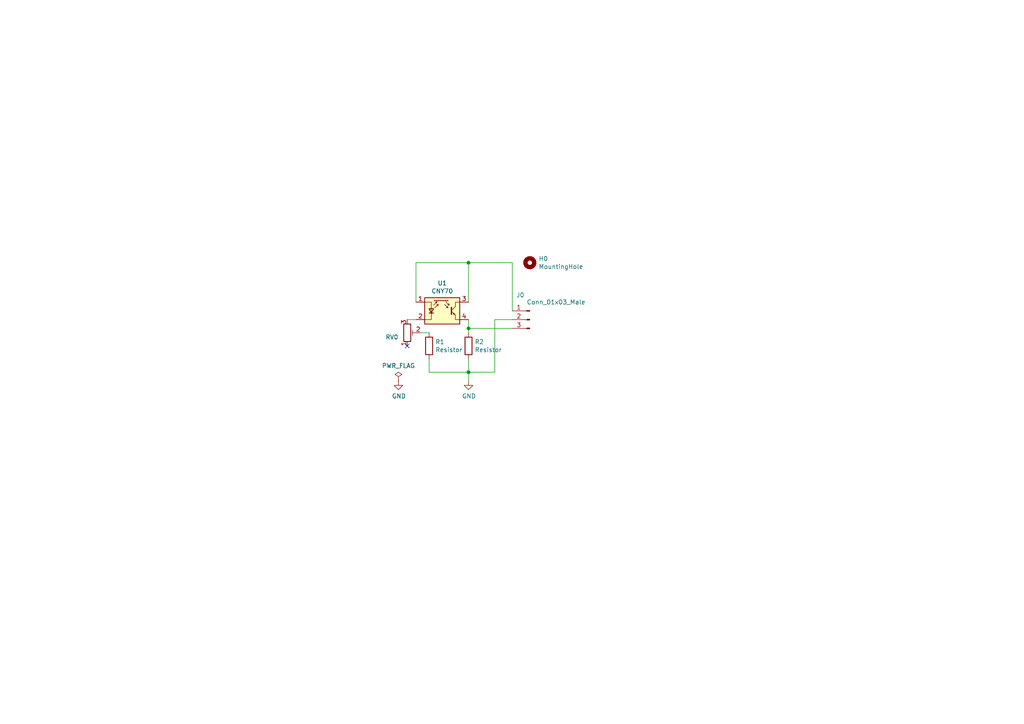
<source format=kicad_sch>
(kicad_sch (version 20230121) (generator eeschema)
  (paper "A4")
  (lib_symbols
    (symbol "Connector:Conn_01x03_Male" (pin_names (offset 1.016) hide)
      (property "Reference" "J" (at 0 5.08 0))
      (property "Value" "Conn_01x03_Male" (at 0 -5.08 0))
      (symbol "Conn_01x03_Male_1_1"
        (polyline (pts (xy 1.27 -2.54) (xy 0.8636 -2.54)) (stroke (width 0.1524)))
        (polyline (pts (xy 1.27 0) (xy 0.8636 0)) (stroke (width 0.1524)))
        (polyline (pts (xy 1.27 2.54) (xy 0.8636 2.54)) (stroke (width 0.1524)))
        (rectangle (start 0.8636 -2.413) (end 0 -2.667) (stroke (width 0.1524)) (fill (type outline)))
        (rectangle (start 0.8636 0.127) (end 0 -0.127) (stroke (width 0.1524)) (fill (type outline)))
        (rectangle (start 0.8636 2.667) (end 0 2.413) (stroke (width 0.1524)) (fill (type outline)))
        (pin passive line (at 5.08 2.54 180) (length 3.81) (name "Pin_1") (number "1"))
        (pin passive line (at 5.08 0 180) (length 3.81) (name "Pin_2") (number "2"))
        (pin passive line (at 5.08 -2.54 180) (length 3.81) (name "Pin_3") (number "3"))
      )
    )
    (symbol "Device:R" (pin_numbers hide) (pin_names (offset 0))
      (property "Reference" "R" (at 2.032 0 90))
      (property "Value" "R" (at 0 0 90))
      (symbol "R_0_1"
        (rectangle (start -1.016 -2.54) (end 1.016 2.54) (stroke (width 0.254)))
      )
      (symbol "R_1_1"
        (pin passive line (at 0 3.81 270) (length 1.27) (name "~") (number "1"))
        (pin passive line (at 0 -3.81 90) (length 1.27) (name "~") (number "2"))
      )
    )
    (symbol "Device:R_Potentiometer_Trim" (pin_names (offset 1.016) hide)
      (property "Reference" "RV" (at -4.445 0 90))
      (property "Value" "R_Potentiometer_Trim" (at -2.54 0 90))
      (symbol "R_Potentiometer_Trim_0_1"
        (polyline (pts (xy 1.524 0.762) (xy 1.524 -0.762)))
        (polyline (pts (xy 2.54 0) (xy 1.524 0)))
        (rectangle (start 1.016 2.54) (end -1.016 -2.54) (stroke (width 0.254)))
      )
      (symbol "R_Potentiometer_Trim_1_1"
        (pin passive line (at 0 3.81 270) (length 1.27) (name "1") (number "1"))
        (pin passive line (at 3.81 0 180) (length 1.27) (name "2") (number "2"))
        (pin passive line (at 0 -3.81 90) (length 1.27) (name "3") (number "3"))
      )
    )
    (symbol "Mechanical:MountingHole" (pin_names (offset 1.016))
      (property "Reference" "H" (at 0 5.08 0))
      (property "Value" "MountingHole" (at 0 3.175 0))
      (symbol "MountingHole_0_1"
        (circle (center 0 0) (radius 1.27) (stroke (width 1.27)))
      )
    )
    (symbol "Sensor_Proximity:CNY70" (pin_names (offset 1.016) hide)
      (property "Reference" "U" (at -5.08 5.08 0))
      (property "Value" "CNY70" (at 5.08 5.08 0))
      (symbol "CNY70_0_1"
        (polyline (pts (xy -3.81 -0.635) (xy -2.54 -0.635)) (stroke (width 0.254)))
        (polyline (pts (xy -2.286 2.921) (xy -2.032 3.175)))
        (polyline (pts (xy -1.778 2.921) (xy -1.524 3.175)))
        (polyline (pts (xy -1.524 2.667) (xy -1.651 2.159)))
        (polyline (pts (xy -1.27 2.921) (xy -1.016 3.175)))
        (polyline (pts (xy -1.143 1.905) (xy -1.27 1.397)))
        (polyline (pts (xy -0.762 2.921) (xy -0.508 3.175)))
        (polyline (pts (xy -0.254 2.921) (xy 0 3.175)))
        (polyline (pts (xy 0.254 2.921) (xy 0.508 3.175)))
        (polyline (pts (xy 0.762 2.921) (xy 1.016 3.175)))
        (polyline (pts (xy 1.27 2.921) (xy 1.524 3.175)))
        (polyline (pts (xy 1.651 0.889) (xy 1.143 1.016)))
        (polyline (pts (xy 1.778 2.921) (xy -2.413 2.921)))
        (polyline (pts (xy 2.032 1.651) (xy 1.524 1.778)))
        (polyline (pts (xy 2.667 -0.127) (xy 3.81 -1.27)))
        (polyline (pts (xy 2.667 0.127) (xy 3.81 1.27)))
        (polyline (pts (xy -2.54 1.651) (xy -1.524 2.667) (xy -2.032 2.54)))
        (polyline (pts (xy -2.159 0.889) (xy -1.143 1.905) (xy -1.651 1.778)))
        (polyline (pts (xy 0.635 1.905) (xy 1.651 0.889) (xy 1.524 1.397)))
        (polyline (pts (xy 1.016 2.667) (xy 2.032 1.651) (xy 1.905 2.159)))
        (polyline (pts (xy 2.667 1.016) (xy 2.667 -1.016) (xy 2.667 -1.016)) (stroke (width 0.3556)))
        (polyline (pts (xy 3.81 -1.27) (xy 3.81 -2.54) (xy 5.08 -2.54)))
        (polyline (pts (xy 3.81 1.27) (xy 3.81 2.54) (xy 5.08 2.54)))
        (polyline (pts (xy -5.08 -2.54) (xy -3.175 -2.54) (xy -3.175 2.54) (xy -5.08 2.54)))
        (polyline (pts (xy -3.175 -0.635) (xy -3.81 0.635) (xy -2.54 0.635) (xy -3.175 -0.635)) (stroke (width 0.254)))
        (polyline (pts (xy 3.683 -1.143) (xy 3.429 -0.635) (xy 3.175 -0.889) (xy 3.683 -1.143)))
        (polyline (pts (xy -5.08 -3.81) (xy 5.08 -3.81) (xy 5.08 3.81) (xy -5.08 3.81) (xy -5.08 -3.81)) (stroke (width 0.254)) (fill (type background)))
      )
      (symbol "CNY70_1_1"
        (pin passive line (at -7.62 2.54 0) (length 2.54) (name "A") (number "1"))
        (pin passive line (at -7.62 -2.54 0) (length 2.54) (name "K") (number "2"))
        (pin open_collector line (at 7.62 2.54 180) (length 2.54) (name "C") (number "3"))
        (pin open_emitter line (at 7.62 -2.54 180) (length 2.54) (name "E") (number "4"))
      )
    )
    (symbol "power:GND" (power) (pin_names (offset 0))
      (property "Value" "GND" (at 0 -3.81 0))
      (symbol "GND_0_1"
        (polyline (pts (xy 0 0) (xy 0 -1.27) (xy 1.27 -1.27) (xy 0 -2.54) (xy -1.27 -1.27) (xy 0 -1.27)))
      )
      (symbol "GND_1_1"
        (pin power_in line (at 0 0 270) (length 0) hide (name "GND") (number "1"))
      )
    )
    (symbol "power:PWR_FLAG" (power) (pin_numbers hide) (pin_names (offset 0) hide)
      (property "Value" "PWR_FLAG" (at 0 3.81 0))
      (symbol "PWR_FLAG_0_0"
        (pin power_out line (at 0 0 90) (length 0) (name "pwr") (number "1"))
      )
      (symbol "PWR_FLAG_0_1"
        (polyline (pts (xy 0 0) (xy 0 1.27) (xy -1.016 1.905) (xy 0 2.54) (xy 1.016 1.905) (xy 0 1.27)))
      )
    )
  )
  (junction (at 135.89 76.2))
  (junction (at 135.89 95.25))
  (junction (at 135.89 107.95))
  (no_connect (at 118.11 100.33))
  (wire (pts (xy 135.89 76.2) (xy 148.59 76.2)))
  (wire (pts (xy 124.46 107.95) (xy 135.89 107.95)))
  (wire (pts (xy 143.51 92.71) (xy 148.59 92.71)))
  (wire (pts (xy 120.65 87.63) (xy 120.65 76.2)))
  (wire (pts (xy 120.65 76.2) (xy 135.89 76.2)))
  (wire (pts (xy 135.89 76.2) (xy 135.89 87.63)))
  (wire (pts (xy 135.89 107.95) (xy 135.89 110.49)))
  (wire (pts (xy 118.11 92.71) (xy 120.65 92.71)))
  (wire (pts (xy 143.51 107.95) (xy 143.51 92.71)))
  (wire (pts (xy 135.89 107.95) (xy 143.51 107.95)))
  (wire (pts (xy 135.89 95.25) (xy 135.89 96.52)))
  (wire (pts (xy 135.89 92.71) (xy 135.89 95.25)))
  (wire (pts (xy 148.59 76.2) (xy 148.59 90.17)))
  (wire (pts (xy 135.89 95.25) (xy 148.59 95.25)))
  (wire (pts (xy 135.89 104.14) (xy 135.89 107.95)))
  (wire (pts (xy 121.92 96.52) (xy 124.46 96.52)))
  (wire (pts (xy 124.46 104.14) (xy 124.46 107.95)))
  (symbol (lib_id "Sensor_Proximity:CNY70") (at 128.27 90.17 0) (unit 1)
    (property "Reference" "U1" (at 128.27 82.1182 0))
    (property "Value" "CNY70" (at 128.27 84.4296 0))
    (property "Footprint" "OptoDevice:Vishay_CNY70" (effects hide))
  )
  (symbol (lib_id "Device:R") (at 124.46 100.33 0) (unit 1)
    (property "Reference" "R1" (at 126.238 99.1616 0) (effects (justify left)))
    (property "Value" "Resistor" (at 126.238 101.473 0) (effects (justify left)))
    (property "Footprint" "stem_piano_footprints:R_0805_2012_1.20x1.40mm_bigpad" (effects hide))
  )
  (symbol (lib_id "Device:R") (at 135.89 100.33 0) (unit 1)
    (property "Reference" "R2" (at 137.668 99.1616 0) (effects (justify left)))
    (property "Value" "Resistor" (at 137.668 101.473 0) (effects (justify left)))
    (property "Footprint" "stem_piano_footprints:R_0805_2012_1.20x1.40mm_bigpad" (effects hide))
  )
  (symbol (lib_id "Mechanical:MountingHole") (at 153.67 76.2 0) (unit 1)
    (property "Reference" "H0" (at 156.21 75.0316 0) (effects (justify left)))
    (property "Value" "MountingHole" (at 156.21 77.343 0) (effects (justify left)))
    (property "Footprint" "MountingHole:MountingHole_3.5mm_Pad_TopBottom" (effects hide))
  )
  (symbol (lib_id "power:GND") (at 135.89 110.49 0) (unit 1)
    (property "Reference" "#PWR0101" (effects hide))
    (property "Value" "GND" (at 136.017 114.8842 0))
  )
  (symbol (lib_id "power:GND") (at 115.57 110.49 0) (unit 1)
    (property "Reference" "#PWR0102" (effects hide))
    (property "Value" "GND" (at 115.697 114.8842 0))
  )
  (symbol (lib_id "power:PWR_FLAG") (at 115.57 110.49 0) (unit 1)
    (property "Reference" "#FLG0101" (effects hide))
    (property "Value" "PWR_FLAG" (at 115.57 106.0958 0))
  )
  (symbol (lib_id "Connector:Conn_01x03_Male") (at 153.67 92.71 0) (mirror y) (unit 1)
    (property "Reference" "J0" (at 150.9268 85.5726 0))
    (property "Value" "Conn_01x03_Male" (at 161.29 87.63 0))
    (property "Footprint" "Connector_PinHeader_2.54mm:PinHeader_1x03_P2.54mm_Vertical" (effects hide))
  )
  (symbol (lib_id "Device:R_Potentiometer_Trim") (at 118.11 96.52 0) (mirror x) (unit 1)
    (property "Reference" "RV0" (at 115.57 97.7901 0) (effects (justify right)))
    (property "Value" "R_Potentiometer_Trim" (effects hide))
    (property "Footprint" "stem_piano_footprints:Bourns_3224X_Vertical_bigpads" (effects hide))
  )
)
</source>
